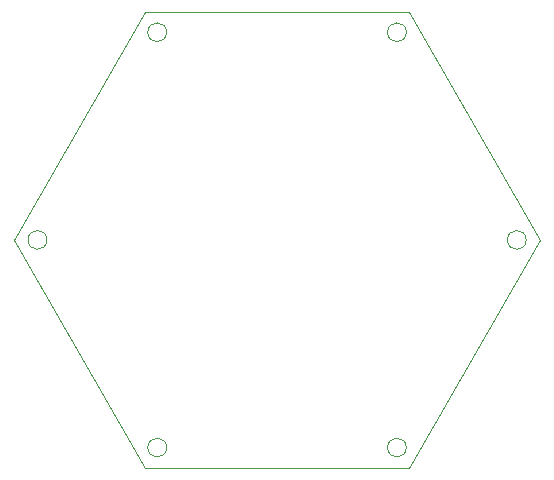
<source format=gbr>
%TF.GenerationSoftware,KiCad,Pcbnew,8.0.2-1*%
%TF.CreationDate,2024-08-06T16:02:12-04:00*%
%TF.ProjectId,Untitled,556e7469-746c-4656-942e-6b696361645f,rev?*%
%TF.SameCoordinates,Original*%
%TF.FileFunction,Profile,NP*%
%FSLAX46Y46*%
G04 Gerber Fmt 4.6, Leading zero omitted, Abs format (unit mm)*
G04 Created by KiCad (PCBNEW 8.0.2-1) date 2024-08-06 16:02:12*
%MOMM*%
%LPD*%
G01*
G04 APERTURE LIST*
%TA.AperFunction,Profile*%
%ADD10C,0.100000*%
%TD*%
G04 APERTURE END LIST*
D10*
X94390000Y-75590000D02*
G75*
G02*
X92790000Y-75590000I-800000J0D01*
G01*
X92790000Y-75590000D02*
G75*
G02*
X94390000Y-75590000I800000J0D01*
G01*
X84250000Y-58010000D02*
G75*
G02*
X82650000Y-58010000I-800000J0D01*
G01*
X82650000Y-58010000D02*
G75*
G02*
X84250000Y-58010000I800000J0D01*
G01*
X92590000Y-38700000D02*
X81450000Y-58010000D01*
X114690000Y-75590000D02*
G75*
G02*
X113090000Y-75590000I-800000J0D01*
G01*
X113090000Y-75590000D02*
G75*
G02*
X114690000Y-75590000I800000J0D01*
G01*
X114890000Y-38700000D02*
X92590000Y-38700000D01*
X92590000Y-77320000D02*
X114890000Y-77320000D01*
X81450000Y-58010000D02*
X92590000Y-77320000D01*
X126040000Y-58010000D02*
X114890000Y-77320000D01*
X124840000Y-58010000D02*
G75*
G02*
X123240000Y-58010000I-800000J0D01*
G01*
X123240000Y-58010000D02*
G75*
G02*
X124840000Y-58010000I800000J0D01*
G01*
X114690000Y-40430000D02*
G75*
G02*
X113090000Y-40430000I-800000J0D01*
G01*
X113090000Y-40430000D02*
G75*
G02*
X114690000Y-40430000I800000J0D01*
G01*
X94390000Y-40430000D02*
G75*
G02*
X92790000Y-40430000I-800000J0D01*
G01*
X92790000Y-40430000D02*
G75*
G02*
X94390000Y-40430000I800000J0D01*
G01*
X126040000Y-58010000D02*
X114890000Y-38700000D01*
M02*

</source>
